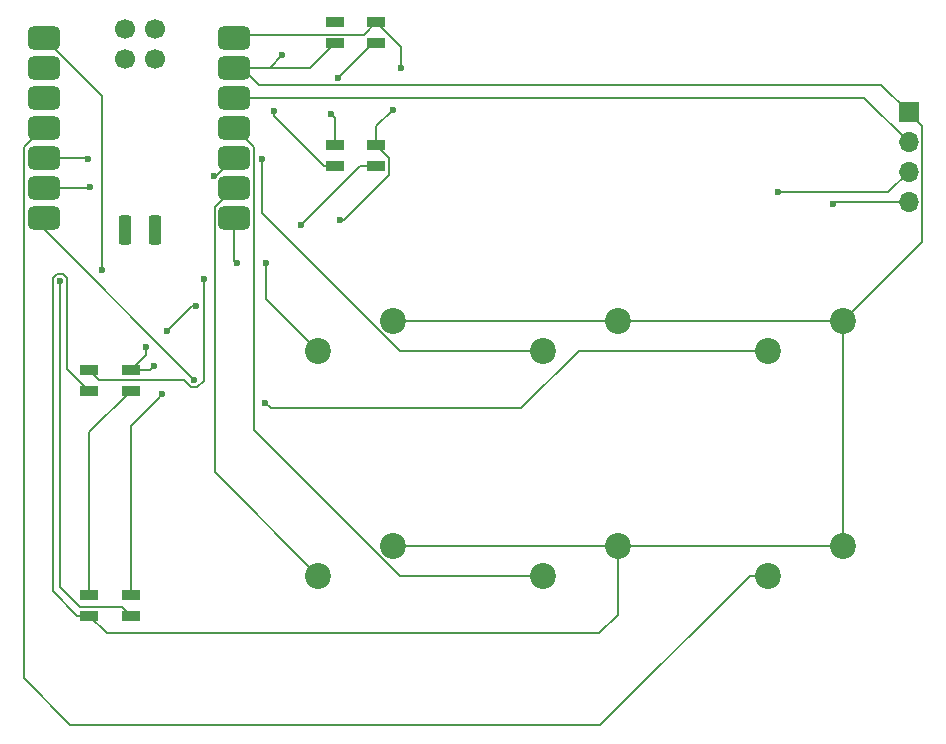
<source format=gtl>
G04 #@! TF.GenerationSoftware,KiCad,Pcbnew,9.0.7*
G04 #@! TF.CreationDate,2026-01-14T23:35:42+00:00*
G04 #@! TF.ProjectId,MacroMachine,4d616372-6f4d-4616-9368-696e652e6b69,rev?*
G04 #@! TF.SameCoordinates,Original*
G04 #@! TF.FileFunction,Copper,L1,Top*
G04 #@! TF.FilePolarity,Positive*
%FSLAX46Y46*%
G04 Gerber Fmt 4.6, Leading zero omitted, Abs format (unit mm)*
G04 Created by KiCad (PCBNEW 9.0.7) date 2026-01-14 23:35:42*
%MOMM*%
%LPD*%
G01*
G04 APERTURE LIST*
G04 Aperture macros list*
%AMRoundRect*
0 Rectangle with rounded corners*
0 $1 Rounding radius*
0 $2 $3 $4 $5 $6 $7 $8 $9 X,Y pos of 4 corners*
0 Add a 4 corners polygon primitive as box body*
4,1,4,$2,$3,$4,$5,$6,$7,$8,$9,$2,$3,0*
0 Add four circle primitives for the rounded corners*
1,1,$1+$1,$2,$3*
1,1,$1+$1,$4,$5*
1,1,$1+$1,$6,$7*
1,1,$1+$1,$8,$9*
0 Add four rect primitives between the rounded corners*
20,1,$1+$1,$2,$3,$4,$5,0*
20,1,$1+$1,$4,$5,$6,$7,0*
20,1,$1+$1,$6,$7,$8,$9,0*
20,1,$1+$1,$8,$9,$2,$3,0*%
G04 Aperture macros list end*
G04 #@! TA.AperFunction,ComponentPad*
%ADD10C,2.200000*%
G04 #@! TD*
G04 #@! TA.AperFunction,SMDPad,CuDef*
%ADD11RoundRect,0.500000X-0.875000X-0.500000X0.875000X-0.500000X0.875000X0.500000X-0.875000X0.500000X0*%
G04 #@! TD*
G04 #@! TA.AperFunction,SMDPad,CuDef*
%ADD12RoundRect,0.275000X-0.275000X0.975000X-0.275000X-0.975000X0.275000X-0.975000X0.275000X0.975000X0*%
G04 #@! TD*
G04 #@! TA.AperFunction,SMDPad,CuDef*
%ADD13C,1.700000*%
G04 #@! TD*
G04 #@! TA.AperFunction,SMDPad,CuDef*
%ADD14R,1.600000X0.850000*%
G04 #@! TD*
G04 #@! TA.AperFunction,ComponentPad*
%ADD15R,1.700000X1.700000*%
G04 #@! TD*
G04 #@! TA.AperFunction,ComponentPad*
%ADD16O,1.700000X1.700000*%
G04 #@! TD*
G04 #@! TA.AperFunction,ViaPad*
%ADD17C,0.600000*%
G04 #@! TD*
G04 #@! TA.AperFunction,Conductor*
%ADD18C,0.200000*%
G04 #@! TD*
G04 APERTURE END LIST*
D10*
G04 #@! TO.P,SW2,1,1*
G04 #@! TO.N,GND*
X145415000Y-123507500D03*
G04 #@! TO.P,SW2,2,2*
G04 #@! TO.N,Net-(U1-GPIO2{slash}SCK)*
X139065000Y-126047500D03*
G04 #@! TD*
D11*
G04 #@! TO.P,U1,1,GPIO26/ADC0/A0*
G04 #@! TO.N,Net-(D1-DIN)*
X115825000Y-80486250D03*
G04 #@! TO.P,U1,2,GPIO27/ADC1/A1*
G04 #@! TO.N,unconnected-(U1-GPIO27{slash}ADC1{slash}A1-Pad2)*
X115825000Y-83026250D03*
G04 #@! TO.P,U1,3,GPIO28/ADC2/A2*
G04 #@! TO.N,unconnected-(U1-GPIO28{slash}ADC2{slash}A2-Pad3)*
X115825000Y-85566250D03*
G04 #@! TO.P,U1,4,GPIO29/ADC3/A3*
G04 #@! TO.N,Net-(U1-GPIO29{slash}ADC3{slash}A3)*
X115825000Y-88106250D03*
G04 #@! TO.P,U1,5,GPIO6/SDA*
G04 #@! TO.N,Net-(DS1-SDA)*
X115825000Y-90646250D03*
G04 #@! TO.P,U1,6,GPIO7/SCL*
G04 #@! TO.N,Net-(DS1-SCL)*
X115825000Y-93186250D03*
G04 #@! TO.P,U1,7,GPIO0/TX*
G04 #@! TO.N,Net-(U1-GPIO0{slash}TX)*
X115825000Y-95726250D03*
G04 #@! TO.P,U1,8,GPIO1/RX*
G04 #@! TO.N,Net-(U1-GPIO1{slash}RX)*
X131990000Y-95726250D03*
G04 #@! TO.P,U1,9,GPIO2/SCK*
G04 #@! TO.N,Net-(U1-GPIO2{slash}SCK)*
X131990000Y-93186250D03*
G04 #@! TO.P,U1,10,GPIO4/MISO*
G04 #@! TO.N,Net-(U1-GPIO4{slash}MISO)*
X131990000Y-90646250D03*
G04 #@! TO.P,U1,11,GPIO3/MOSI*
G04 #@! TO.N,Net-(U1-GPIO3{slash}MOSI)*
X131990000Y-88106250D03*
G04 #@! TO.P,U1,12,3V3*
G04 #@! TO.N,+3.3V*
X131990000Y-85566250D03*
G04 #@! TO.P,U1,13,GND*
G04 #@! TO.N,GND*
X131990000Y-83026250D03*
G04 #@! TO.P,U1,14,VBUS*
G04 #@! TO.N,+5V*
X131990000Y-80486250D03*
D12*
G04 #@! TO.P,U1,15*
G04 #@! TO.N,N/C*
X122737000Y-96746250D03*
G04 #@! TO.P,U1,16*
X125277000Y-96746250D03*
D13*
G04 #@! TO.P,U1,17*
X122737000Y-79728250D03*
G04 #@! TO.P,U1,18*
X125277000Y-79728250D03*
G04 #@! TO.P,U1,19*
X122737000Y-82268250D03*
G04 #@! TO.P,U1,20*
X125277000Y-82268250D03*
G04 #@! TD*
D10*
G04 #@! TO.P,SW3,1,1*
G04 #@! TO.N,GND*
X164465000Y-104457500D03*
G04 #@! TO.P,SW3,2,2*
G04 #@! TO.N,Net-(U1-GPIO4{slash}MISO)*
X158115000Y-106997500D03*
G04 #@! TD*
D14*
G04 #@! TO.P,D2,1,DOUT*
G04 #@! TO.N,Net-(D2-DOUT)*
X119693750Y-108662500D03*
G04 #@! TO.P,D2,2,VSS*
G04 #@! TO.N,GND*
X119693750Y-110412500D03*
G04 #@! TO.P,D2,3,DIN*
G04 #@! TO.N,Net-(D1-DOUT)*
X123193750Y-110412500D03*
G04 #@! TO.P,D2,4,VDD*
G04 #@! TO.N,+5V*
X123193750Y-108662500D03*
G04 #@! TD*
G04 #@! TO.P,D4,1,DOUT*
G04 #@! TO.N,unconnected-(D4-DOUT-Pad1)*
X140493750Y-79212500D03*
G04 #@! TO.P,D4,2,VSS*
G04 #@! TO.N,GND*
X140493750Y-80962500D03*
G04 #@! TO.P,D4,3,DIN*
G04 #@! TO.N,Net-(D3-DOUT)*
X143993750Y-80962500D03*
G04 #@! TO.P,D4,4,VDD*
G04 #@! TO.N,+5V*
X143993750Y-79212500D03*
G04 #@! TD*
D10*
G04 #@! TO.P,SW5,1,1*
G04 #@! TO.N,GND*
X183515000Y-104457500D03*
G04 #@! TO.P,SW5,2,2*
G04 #@! TO.N,Net-(U1-GPIO0{slash}TX)*
X177165000Y-106997500D03*
G04 #@! TD*
D14*
G04 #@! TO.P,D1,1,DOUT*
G04 #@! TO.N,Net-(D1-DOUT)*
X119693750Y-127712500D03*
G04 #@! TO.P,D1,2,VSS*
G04 #@! TO.N,GND*
X119693750Y-129462500D03*
G04 #@! TO.P,D1,3,DIN*
G04 #@! TO.N,Net-(D1-DIN)*
X123193750Y-129462500D03*
G04 #@! TO.P,D1,4,VDD*
G04 #@! TO.N,+5V*
X123193750Y-127712500D03*
G04 #@! TD*
G04 #@! TO.P,D3,1,DOUT*
G04 #@! TO.N,Net-(D3-DOUT)*
X140493750Y-89612500D03*
G04 #@! TO.P,D3,2,VSS*
G04 #@! TO.N,GND*
X140493750Y-91362500D03*
G04 #@! TO.P,D3,3,DIN*
G04 #@! TO.N,Net-(D2-DOUT)*
X143993750Y-91362500D03*
G04 #@! TO.P,D3,4,VDD*
G04 #@! TO.N,+5V*
X143993750Y-89612500D03*
G04 #@! TD*
D15*
G04 #@! TO.P,DS1,1,GND*
G04 #@! TO.N,GND*
X189065000Y-86792500D03*
D16*
G04 #@! TO.P,DS1,2,VCC*
G04 #@! TO.N,+3.3V*
X189065000Y-89332500D03*
G04 #@! TO.P,DS1,3,SCL*
G04 #@! TO.N,Net-(DS1-SCL)*
X189065000Y-91872500D03*
G04 #@! TO.P,DS1,4,SDA*
G04 #@! TO.N,Net-(DS1-SDA)*
X189065000Y-94412500D03*
G04 #@! TD*
D10*
G04 #@! TO.P,SW4,1,1*
G04 #@! TO.N,GND*
X164465000Y-123507500D03*
G04 #@! TO.P,SW4,2,2*
G04 #@! TO.N,Net-(U1-GPIO3{slash}MOSI)*
X158115000Y-126047500D03*
G04 #@! TD*
G04 #@! TO.P,SW1,1,1*
G04 #@! TO.N,GND*
X145415000Y-104457500D03*
G04 #@! TO.P,SW1,2,2*
G04 #@! TO.N,Net-(U1-GPIO1{slash}RX)*
X139065000Y-106997500D03*
G04 #@! TD*
G04 #@! TO.P,SW6,1,1*
G04 #@! TO.N,GND*
X183515000Y-123507500D03*
G04 #@! TO.P,SW6,2,2*
G04 #@! TO.N,Net-(U1-GPIO29{slash}ADC3{slash}A3)*
X177165000Y-126047500D03*
G04 #@! TD*
D17*
G04 #@! TO.N,GND*
X136000000Y-82000000D03*
X135300000Y-86700000D03*
G04 #@! TO.N,+5V*
X125200000Y-108300000D03*
X128700000Y-103200000D03*
X146100000Y-83100000D03*
X125900000Y-110700000D03*
X126300000Y-105300000D03*
X145400000Y-86600000D03*
X124500000Y-106700000D03*
X140900000Y-95900000D03*
G04 #@! TO.N,Net-(D1-DIN)*
X120800000Y-100200000D03*
X117200000Y-101100000D03*
G04 #@! TO.N,Net-(D2-DOUT)*
X137600000Y-96400000D03*
X129400000Y-100900000D03*
X143993750Y-91362500D03*
G04 #@! TO.N,Net-(D3-DOUT)*
X140200000Y-87000000D03*
X140800000Y-83900000D03*
G04 #@! TO.N,Net-(DS1-SDA)*
X182700000Y-94600000D03*
X119600000Y-90800000D03*
G04 #@! TO.N,Net-(DS1-SCL)*
X119800000Y-93100000D03*
X178000000Y-93600000D03*
G04 #@! TO.N,Net-(U1-GPIO1{slash}RX)*
X134700000Y-99600000D03*
X132200000Y-99600000D03*
G04 #@! TO.N,Net-(U1-GPIO4{slash}MISO)*
X130254309Y-92168789D03*
X134300000Y-90800000D03*
G04 #@! TO.N,Net-(U1-GPIO0{slash}TX)*
X134600000Y-111400000D03*
X128600000Y-109500000D03*
G04 #@! TD*
D18*
G04 #@! TO.N,Net-(D1-DOUT)*
X119693750Y-113912500D02*
X123193750Y-110412500D01*
X119693750Y-127712500D02*
X119693750Y-113912500D01*
G04 #@! TO.N,GND*
X135700000Y-87500000D02*
X135300000Y-87100000D01*
X189065000Y-86792500D02*
X186772500Y-84500000D01*
X183515000Y-123507500D02*
X164465000Y-123507500D01*
X164465000Y-104457500D02*
X183515000Y-104457500D01*
X116599000Y-127367750D02*
X118693750Y-129462500D01*
X117801000Y-108519750D02*
X117801000Y-100851057D01*
X119693750Y-110412500D02*
X117801000Y-108519750D01*
X134100000Y-84500000D02*
X132626250Y-83026250D01*
X139562500Y-91362500D02*
X135700000Y-87500000D01*
X116951057Y-100499000D02*
X116599000Y-100851057D01*
X164465000Y-129372316D02*
X164465000Y-123507500D01*
X117448943Y-100499000D02*
X116951057Y-100499000D01*
X131990000Y-83026250D02*
X138430000Y-83026250D01*
X145415000Y-104457500D02*
X164465000Y-104457500D01*
X136000000Y-82000000D02*
X134973750Y-83026250D01*
X190216000Y-87943500D02*
X189065000Y-86792500D01*
X117801000Y-100851057D02*
X117448943Y-100499000D01*
X118693750Y-129462500D02*
X119693750Y-129462500D01*
X190216000Y-97756500D02*
X190216000Y-87943500D01*
X138430000Y-83026250D02*
X140493750Y-80962500D01*
X134973750Y-83026250D02*
X131990000Y-83026250D01*
X121169750Y-130938500D02*
X162898816Y-130938500D01*
X135300000Y-87100000D02*
X135300000Y-86700000D01*
X116599000Y-100851057D02*
X116599000Y-127367750D01*
X186772500Y-84500000D02*
X134100000Y-84500000D01*
X132626250Y-83026250D02*
X131990000Y-83026250D01*
X183515000Y-104457500D02*
X190216000Y-97756500D01*
X162898816Y-130938500D02*
X164465000Y-129372316D01*
X140493750Y-91362500D02*
X139562500Y-91362500D01*
X183515000Y-104457500D02*
X183515000Y-123507500D01*
X164465000Y-123507500D02*
X145415000Y-123507500D01*
X119693750Y-129462500D02*
X121169750Y-130938500D01*
G04 #@! TO.N,+5V*
X124837500Y-108662500D02*
X123193750Y-108662500D01*
X146100000Y-81318750D02*
X143993750Y-79212500D01*
X145094750Y-92088500D02*
X145094750Y-90713500D01*
X143993750Y-79212500D02*
X142969750Y-80236500D01*
X125200000Y-108300000D02*
X124837500Y-108662500D01*
X143993750Y-89612500D02*
X143993750Y-88006250D01*
X132239750Y-80236500D02*
X131990000Y-80486250D01*
X141283250Y-95900000D02*
X145094750Y-92088500D01*
X124500000Y-107356250D02*
X124500000Y-106700000D01*
X143993750Y-88006250D02*
X145400000Y-86600000D01*
X142969750Y-80236500D02*
X132239750Y-80236500D01*
X126300000Y-105300000D02*
X128400000Y-103200000D01*
X145094750Y-90713500D02*
X143993750Y-89612500D01*
X146100000Y-83100000D02*
X146100000Y-81318750D01*
X123193750Y-127712500D02*
X123193750Y-113406250D01*
X125400000Y-111200000D02*
X125900000Y-110700000D01*
X140900000Y-95900000D02*
X141283250Y-95900000D01*
X128400000Y-103200000D02*
X128700000Y-103200000D01*
X123193750Y-108662500D02*
X124500000Y-107356250D01*
X123193750Y-113406250D02*
X125400000Y-111200000D01*
G04 #@! TO.N,Net-(D1-DIN)*
X122467750Y-128736500D02*
X118890750Y-128736500D01*
X120800000Y-100200000D02*
X120800000Y-85461250D01*
X123193750Y-129462500D02*
X122467750Y-128736500D01*
X118890750Y-128736500D02*
X117200000Y-127045750D01*
X120800000Y-85461250D02*
X115825000Y-80486250D01*
X117200000Y-127045750D02*
X117200000Y-101100000D01*
G04 #@! TO.N,Net-(D2-DOUT)*
X128351057Y-110101000D02*
X128848943Y-110101000D01*
X128848943Y-110101000D02*
X129400000Y-109549943D01*
X119693750Y-108662500D02*
X120497350Y-109466100D01*
X142637500Y-91362500D02*
X143993750Y-91362500D01*
X137600000Y-96400000D02*
X142637500Y-91362500D01*
X127716157Y-109466100D02*
X128351057Y-110101000D01*
X120497350Y-109466100D02*
X127716157Y-109466100D01*
X129400000Y-109549943D02*
X129400000Y-102000000D01*
X129400000Y-102000000D02*
X129400000Y-100900000D01*
G04 #@! TO.N,Net-(D3-DOUT)*
X143737500Y-80962500D02*
X140800000Y-83900000D01*
X140200000Y-87000000D02*
X140493750Y-87293750D01*
X140493750Y-87293750D02*
X140493750Y-89612500D01*
X143993750Y-80962500D02*
X143737500Y-80962500D01*
G04 #@! TO.N,Net-(DS1-SDA)*
X182887500Y-94412500D02*
X189065000Y-94412500D01*
X115825000Y-90646250D02*
X119446250Y-90646250D01*
X119446250Y-90646250D02*
X119600000Y-90800000D01*
X182700000Y-94600000D02*
X182887500Y-94412500D01*
G04 #@! TO.N,+3.3V*
X185298750Y-85566250D02*
X131990000Y-85566250D01*
X189065000Y-89332500D02*
X185298750Y-85566250D01*
G04 #@! TO.N,Net-(DS1-SCL)*
X119713750Y-93186250D02*
X119800000Y-93100000D01*
X115825000Y-93186250D02*
X119713750Y-93186250D01*
X178000000Y-93600000D02*
X187337500Y-93600000D01*
X187337500Y-93600000D02*
X189065000Y-91872500D01*
G04 #@! TO.N,Net-(U1-GPIO1{slash}RX)*
X132200000Y-99600000D02*
X131990000Y-99390000D01*
X134700000Y-102632500D02*
X134700000Y-99600000D01*
X139065000Y-106997500D02*
X134700000Y-102632500D01*
X131990000Y-99390000D02*
X131990000Y-95726250D01*
G04 #@! TO.N,Net-(U1-GPIO2{slash}SCK)*
X139065000Y-126047500D02*
X130314000Y-117296500D01*
X130314000Y-94862250D02*
X131990000Y-93186250D01*
X130314000Y-117296500D02*
X130314000Y-94862250D01*
G04 #@! TO.N,Net-(U1-GPIO4{slash}MISO)*
X130254309Y-92168789D02*
X130467461Y-92168789D01*
X145973686Y-106997500D02*
X134300000Y-95323814D01*
X158115000Y-106997500D02*
X145973686Y-106997500D01*
X130467461Y-92168789D02*
X131990000Y-90646250D01*
X134300000Y-95323814D02*
X134300000Y-90800000D01*
G04 #@! TO.N,Net-(U1-GPIO3{slash}MOSI)*
X145973686Y-126047500D02*
X133666000Y-113739814D01*
X133666000Y-89782250D02*
X131990000Y-88106250D01*
X158115000Y-126047500D02*
X145973686Y-126047500D01*
X133666000Y-113739814D02*
X133666000Y-89782250D01*
G04 #@! TO.N,Net-(U1-GPIO0{slash}TX)*
X115825000Y-96725000D02*
X115825000Y-95726250D01*
X128600000Y-109500000D02*
X115825000Y-96725000D01*
X177165000Y-106997500D02*
X161140184Y-106997500D01*
X161140184Y-106997500D02*
X156249184Y-111888500D01*
X135088500Y-111888500D02*
X134600000Y-111400000D01*
X156249184Y-111888500D02*
X135088500Y-111888500D01*
G04 #@! TO.N,Net-(U1-GPIO29{slash}ADC3{slash}A3)*
X177165000Y-126047500D02*
X175609366Y-126047500D01*
X114149000Y-134749000D02*
X114149000Y-89782250D01*
X114149000Y-89782250D02*
X115825000Y-88106250D01*
X118100000Y-138700000D02*
X114149000Y-134749000D01*
X175609366Y-126047500D02*
X162956866Y-138700000D01*
X162956866Y-138700000D02*
X118100000Y-138700000D01*
G04 #@! TD*
M02*

</source>
